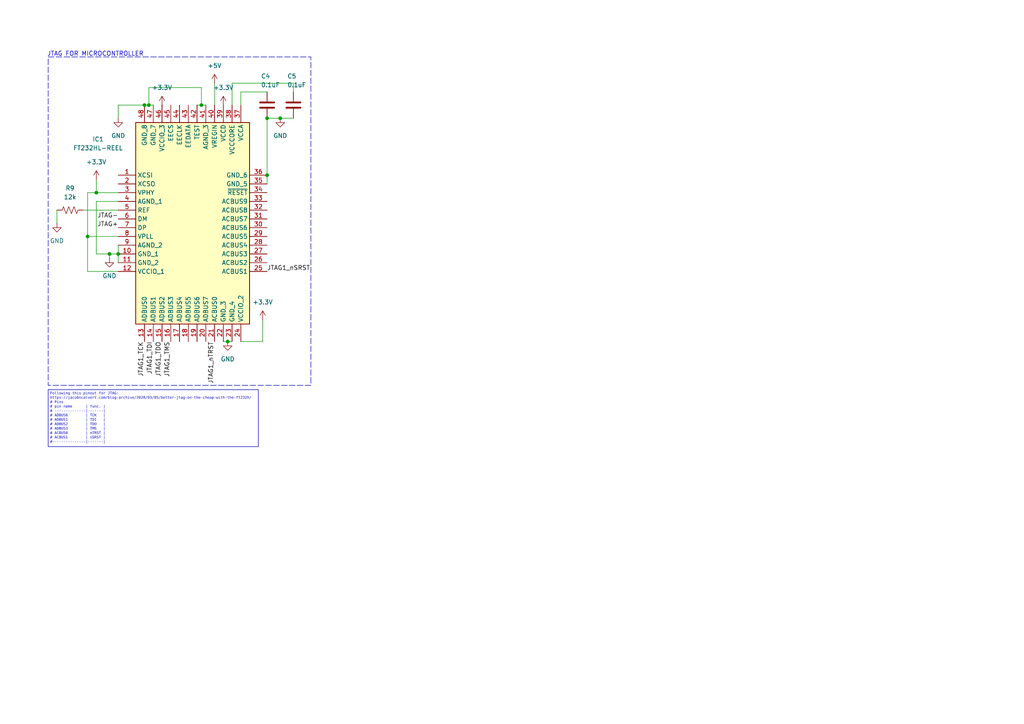
<source format=kicad_sch>
(kicad_sch (version 20231120) (generator "eeschema") (generator_version "8.0")
  (paper "A4")
  (lib_symbols
    (symbol "Device:C" (pin_numbers hide) (pin_names (offset 0.254))
      (property "Reference" "C" (at 0.635 2.54 0))
      (property "Value" "C" (at 0.635 -2.54 0))
      (symbol "C_0_1"
        (polyline (pts (xy -2.032 -0.762) (xy 2.032 -0.762)) (stroke (width 0.508)))
        (polyline (pts (xy -2.032 0.762) (xy 2.032 0.762)) (stroke (width 0.508)))
      )
      (symbol "C_1_1"
        (pin passive line (at 0 3.81 270) (length 2.794) (name "~") (number "1"))
        (pin passive line (at 0 -3.81 90) (length 2.794) (name "~") (number "2"))
      )
    )
    (symbol "Device:R_US" (pin_numbers hide) (pin_names (offset 0))
      (property "Reference" "R" (at 2.54 0 90))
      (property "Value" "R_US" (at -2.54 0 90))
      (symbol "R_US_0_1"
        (polyline (pts (xy 0 -2.286) (xy 0 -2.54)))
        (polyline (pts (xy 0 2.286) (xy 0 2.54)))
        (polyline (pts (xy 0 -0.762) (xy 1.016 -1.143) (xy 0 -1.524) (xy -1.016 -1.905) (xy 0 -2.286)))
        (polyline (pts (xy 0 0.762) (xy 1.016 0.381) (xy 0 0) (xy -1.016 -0.381) (xy 0 -0.762)))
        (polyline (pts (xy 0 2.286) (xy 1.016 1.905) (xy 0 1.524) (xy -1.016 1.143) (xy 0 0.762)))
      )
      (symbol "R_US_1_1"
        (pin passive line (at 0 3.81 270) (length 1.27) (name "~") (number "1"))
        (pin passive line (at 0 -3.81 90) (length 1.27) (name "~") (number "2"))
      )
    )
    (symbol "SamacSys_Parts:FT232HL-REEL"
      (property "Reference" "IC" (at 39.37 20.32 0))
      (property "Value" "FT232HL-REEL" (at 39.37 17.78 0))
      (symbol "FT232HL-REEL_1_1"
        (rectangle (start 5.08 15.24) (end 38.1 -43.18) (stroke (width 0.254)) (fill (type background)))
        (pin passive line (at 0 0 0) (length 5.08) (name "XCSI") (number "1"))
        (pin passive line (at 0 -22.86 0) (length 5.08) (name "GND_1") (number "10"))
        (pin passive line (at 0 -25.4 0) (length 5.08) (name "GND_2") (number "11"))
        (pin passive line (at 0 -27.94 0) (length 5.08) (name "VCCIO_1") (number "12"))
        (pin passive line (at 7.62 -48.26 90) (length 5.08) (name "ADBUS0") (number "13"))
        (pin passive line (at 10.16 -48.26 90) (length 5.08) (name "ADBUS1") (number "14"))
        (pin passive line (at 12.7 -48.26 90) (length 5.08) (name "ADBUS2") (number "15"))
        (pin passive line (at 15.24 -48.26 90) (length 5.08) (name "ADBUS3") (number "16"))
        (pin passive line (at 17.78 -48.26 90) (length 5.08) (name "ADBUS4") (number "17"))
        (pin passive line (at 20.32 -48.26 90) (length 5.08) (name "ADBUS5") (number "18"))
        (pin passive line (at 22.86 -48.26 90) (length 5.08) (name "ADBUS6") (number "19"))
        (pin passive line (at 0 -2.54 0) (length 5.08) (name "XCSO") (number "2"))
        (pin passive line (at 25.4 -48.26 90) (length 5.08) (name "ADBUS7") (number "20"))
        (pin passive line (at 27.94 -48.26 90) (length 5.08) (name "ACBUS0") (number "21"))
        (pin passive line (at 30.48 -48.26 90) (length 5.08) (name "GND_3") (number "22"))
        (pin passive line (at 33.02 -48.26 90) (length 5.08) (name "GND_4") (number "23"))
        (pin passive line (at 35.56 -48.26 90) (length 5.08) (name "VCCIO_2") (number "24"))
        (pin passive line (at 43.18 -27.94 180) (length 5.08) (name "ACBUS1") (number "25"))
        (pin passive line (at 43.18 -25.4 180) (length 5.08) (name "ACBUS2") (number "26"))
        (pin passive line (at 43.18 -22.86 180) (length 5.08) (name "ACBUS3") (number "27"))
        (pin passive line (at 43.18 -20.32 180) (length 5.08) (name "ACBUS4") (number "28"))
        (pin passive line (at 43.18 -17.78 180) (length 5.08) (name "ACBUS5") (number "29"))
        (pin passive line (at 0 -5.08 0) (length 5.08) (name "VPHY") (number "3"))
        (pin passive line (at 43.18 -15.24 180) (length 5.08) (name "ACBUS6") (number "30"))
        (pin passive line (at 43.18 -12.7 180) (length 5.08) (name "ACBUS7") (number "31"))
        (pin passive line (at 43.18 -10.16 180) (length 5.08) (name "ACBUS8") (number "32"))
        (pin passive line (at 43.18 -7.62 180) (length 5.08) (name "ACBUS9") (number "33"))
        (pin passive line (at 43.18 -5.08 180) (length 5.08) (name "~{RESET}") (number "34"))
        (pin passive line (at 43.18 -2.54 180) (length 5.08) (name "GND_5") (number "35"))
        (pin passive line (at 43.18 0 180) (length 5.08) (name "GND_6") (number "36"))
        (pin passive line (at 35.56 20.32 270) (length 5.08) (name "VCCA") (number "37"))
        (pin passive line (at 33.02 20.32 270) (length 5.08) (name "VCCCORE") (number "38"))
        (pin passive line (at 30.48 20.32 270) (length 5.08) (name "VCCD") (number "39"))
        (pin passive line (at 0 -7.62 0) (length 5.08) (name "AGND_1") (number "4"))
        (pin passive line (at 27.94 20.32 270) (length 5.08) (name "VREGIN") (number "40"))
        (pin passive line (at 25.4 20.32 270) (length 5.08) (name "AGND_3") (number "41"))
        (pin passive line (at 22.86 20.32 270) (length 5.08) (name "TEST") (number "42"))
        (pin passive line (at 20.32 20.32 270) (length 5.08) (name "EEDATA") (number "43"))
        (pin passive line (at 17.78 20.32 270) (length 5.08) (name "EECLK") (number "44"))
        (pin passive line (at 15.24 20.32 270) (length 5.08) (name "EECS") (number "45"))
        (pin passive line (at 12.7 20.32 270) (length 5.08) (name "VCCIO_3") (number "46"))
        (pin passive line (at 10.16 20.32 270) (length 5.08) (name "GND_7") (number "47"))
        (pin passive line (at 7.62 20.32 270) (length 5.08) (name "GND_8") (number "48"))
        (pin passive line (at 0 -10.16 0) (length 5.08) (name "REF") (number "5"))
        (pin passive line (at 0 -12.7 0) (length 5.08) (name "DM") (number "6"))
        (pin passive line (at 0 -15.24 0) (length 5.08) (name "DP") (number "7"))
        (pin passive line (at 0 -17.78 0) (length 5.08) (name "VPLL") (number "8"))
        (pin passive line (at 0 -20.32 0) (length 5.08) (name "AGND_2") (number "9"))
      )
    )
    (symbol "power:+3.3V" (power) (pin_numbers hide) (pin_names (offset 0) hide)
      (property "Value" "+3.3V" (at 0 3.556 0))
      (symbol "+3.3V_0_1"
        (polyline (pts (xy -0.762 1.27) (xy 0 2.54)))
        (polyline (pts (xy 0 0) (xy 0 2.54)))
        (polyline (pts (xy 0 2.54) (xy 0.762 1.27)))
      )
      (symbol "+3.3V_1_1"
        (pin power_in line (at 0 0 90) (length 0) (name "~") (number "1"))
      )
    )
    (symbol "power:+5V" (power) (pin_numbers hide) (pin_names (offset 0) hide)
      (property "Value" "+5V" (at 0 3.556 0))
      (symbol "+5V_0_1"
        (polyline (pts (xy -0.762 1.27) (xy 0 2.54)))
        (polyline (pts (xy 0 0) (xy 0 2.54)))
        (polyline (pts (xy 0 2.54) (xy 0.762 1.27)))
      )
      (symbol "+5V_1_1"
        (pin power_in line (at 0 0 90) (length 0) (name "~") (number "1"))
      )
    )
    (symbol "power:GND" (power) (pin_numbers hide) (pin_names (offset 0) hide)
      (property "Value" "GND" (at 0 -3.81 0))
      (symbol "GND_0_1"
        (polyline (pts (xy 0 0) (xy 0 -1.27) (xy 1.27 -1.27) (xy 0 -2.54) (xy -1.27 -1.27) (xy 0 -1.27)))
      )
      (symbol "GND_1_1"
        (pin power_in line (at 0 0 270) (length 0) (name "~") (number "1"))
      )
    )
  )
  (junction (at 66.04 99.06))
  (junction (at 31.75 73.66))
  (junction (at 58.42 30.48))
  (junction (at 41.91 30.48))
  (junction (at 34.29 73.66))
  (junction (at 81.28 34.29))
  (junction (at 25.4 68.58))
  (junction (at 77.47 50.8))
  (junction (at 77.47 34.29))
  (junction (at 43.18 30.48))
  (junction (at 27.94 55.88))
  (wire (pts (xy 31.75 73.66) (xy 34.29 73.66)))
  (wire (pts (xy 24.13 60.96) (xy 34.29 60.96)))
  (wire (pts (xy 58.42 30.48) (xy 59.69 30.48)))
  (wire (pts (xy 58.42 25.4) (xy 43.18 25.4)))
  (wire (pts (xy 67.31 30.48) (xy 67.31 24.13)))
  (wire (pts (xy 81.28 34.29) (xy 85.09 34.29)))
  (wire (pts (xy 27.94 58.42) (xy 27.94 73.66)))
  (wire (pts (xy 62.23 24.13) (xy 62.23 30.48)))
  (wire (pts (xy 34.29 30.48) (xy 41.91 30.48)))
  (wire (pts (xy 77.47 50.8) (xy 77.47 53.34)))
  (wire (pts (xy 25.4 55.88) (xy 25.4 68.58)))
  (wire (pts (xy 85.09 24.13) (xy 85.09 26.67)))
  (wire (pts (xy 34.29 30.48) (xy 34.29 34.29)))
  (wire (pts (xy 69.85 26.67) (xy 69.85 30.48)))
  (wire (pts (xy 25.4 68.58) (xy 34.29 68.58)))
  (wire (pts (xy 66.04 99.06) (xy 67.31 99.06)))
  (wire (pts (xy 67.31 24.13) (xy 85.09 24.13)))
  (wire (pts (xy 64.77 99.06) (xy 66.04 99.06)))
  (wire (pts (xy 34.29 73.66) (xy 34.29 76.2)))
  (wire (pts (xy 76.2 92.71) (xy 76.2 99.06)))
  (wire (pts (xy 25.4 78.74) (xy 25.4 68.58)))
  (wire (pts (xy 16.51 64.77) (xy 16.51 60.96)))
  (wire (pts (xy 77.47 26.67) (xy 69.85 26.67)))
  (wire (pts (xy 77.47 34.29) (xy 81.28 34.29)))
  (wire (pts (xy 57.15 30.48) (xy 58.42 30.48)))
  (wire (pts (xy 43.18 25.4) (xy 43.18 30.48)))
  (wire (pts (xy 31.75 74.93) (xy 31.75 73.66)))
  (wire (pts (xy 34.29 55.88) (xy 27.94 55.88)))
  (wire (pts (xy 25.4 55.88) (xy 27.94 55.88)))
  (wire (pts (xy 77.47 34.29) (xy 77.47 50.8)))
  (wire (pts (xy 27.94 73.66) (xy 31.75 73.66)))
  (wire (pts (xy 34.29 71.12) (xy 34.29 73.66)))
  (wire (pts (xy 41.91 30.48) (xy 43.18 30.48)))
  (wire (pts (xy 43.18 30.48) (xy 44.45 30.48)))
  (wire (pts (xy 27.94 52.07) (xy 27.94 55.88)))
  (wire (pts (xy 34.29 58.42) (xy 27.94 58.42)))
  (wire (pts (xy 34.29 78.74) (xy 25.4 78.74)))
  (wire (pts (xy 58.42 30.48) (xy 58.42 25.4)))
  (wire (pts (xy 69.85 99.06) (xy 76.2 99.06)))
  (rectangle (start 13.97 16.51) (end 90.17 111.76) (stroke (width 0) (type dash)))
  (text_box "Following this pinout for JTAG: https://jacobncalvert.com/blog-archive/2020/03/05/better-jtag-on-the-cheap-with-the-ft232h/\n# Pins\n# pin name      | func. |\n# --------------|-------|\n# ADBUS0        | TCK   |\n# ADBUS1        | TDI   |\n# ADBUS2        | TDO   |\n# ADBUS3        | TMS   |\n# ACBUS0        | nTRST |\n# ACBUS1        | nSRST |\n#---------------|-------|" (at 13.97 113.03 0) (size 60.96 16.51) (effects (font (size 0.762 0.762)) (justify left top)))
  (text "JTAG FOR MICROCONTROLLER" (at 27.686 15.748 0) (effects (font (size 1.27 1.27))))
  (label "JTAG-" (at 34.29 63.5 180))
  (label "JTAG1_nTRST" (at 62.23 99.06 270))
  (label "JTAG1_TDO" (at 46.99 99.06 270))
  (label "JTAG1_TCK" (at 41.91 99.06 270))
  (label "JTAG1_TDI" (at 44.45 99.06 270))
  (label "JTAG1_nSRST" (at 77.47 78.74 0))
  (label "JTAG+" (at 34.29 66.04 180))
  (label "JTAG1_TMS" (at 49.53 99.06 270))
  (symbol (lib_id "power:+3.3V") (at 64.77 30.48 0) (unit 1)
    (property "Reference" "#PWR019" (effects (hide yes)))
    (property "Value" "+3.3V" (at 64.77 25.4 0))
    (property "Description" "Power symbol creates a global label with name \"+3.3V\"" (effects (hide yes)))
  )
  (symbol (lib_id "power:GND") (at 31.75 74.93 0) (unit 1)
    (property "Reference" "#PWR015" (effects (hide yes)))
    (property "Value" "GND" (at 31.75 80.01 0))
    (property "Description" "Power symbol creates a global label with name \"GND\" , ground" (effects (hide yes)))
  )
  (symbol (lib_id "power:+5V") (at 62.23 24.13 0) (unit 1)
    (property "Reference" "#PWR018" (effects (hide yes)))
    (property "Value" "+5V" (at 62.23 19.05 0))
    (property "Description" "Power symbol creates a global label with name \"+5V\"" (effects (hide yes)))
  )
  (symbol (lib_id "power:GND") (at 16.51 64.77 0) (unit 1)
    (property "Reference" "#PWR013" (effects (hide yes)))
    (property "Value" "GND" (at 16.51 69.85 0))
    (property "Description" "Power symbol creates a global label with name \"GND\" , ground" (effects (hide yes)))
  )
  (symbol (lib_id "power:GND") (at 81.28 34.29 0) (unit 1)
    (property "Reference" "#PWR022" (effects (hide yes)))
    (property "Value" "GND" (at 81.28 39.37 0))
    (property "Description" "Power symbol creates a global label with name \"GND\" , ground" (effects (hide yes)))
  )
  (symbol (lib_id "power:+3.3V") (at 27.94 52.07 0) (unit 1)
    (property "Reference" "#PWR014" (effects (hide yes)))
    (property "Value" "+3.3V" (at 27.94 46.99 0))
    (property "Description" "Power symbol creates a global label with name \"+3.3V\"" (effects (hide yes)))
  )
  (symbol (lib_id "power:GND") (at 34.29 34.29 0) (unit 1)
    (property "Reference" "#PWR016" (effects (hide yes)))
    (property "Value" "GND" (at 34.29 39.37 0))
    (property "Description" "Power symbol creates a global label with name \"GND\" , ground" (effects (hide yes)))
  )
  (symbol (lib_id "power:GND") (at 66.04 99.06 0) (unit 1)
    (property "Reference" "#PWR020" (effects (hide yes)))
    (property "Value" "GND" (at 66.04 104.14 0))
    (property "Description" "Power symbol creates a global label with name \"GND\" , ground" (effects (hide yes)))
  )
  (symbol (lib_id "SamacSys_Parts:FT232HL-REEL") (at 34.29 50.8 0) (unit 1)
    (property "Reference" "IC1" (at 28.448 40.386 0))
    (property "Value" "FT232HL-REEL" (at 28.448 42.926 0))
    (property "Footprint" "QFP50P900X900X160-48N" (effects (hide yes)))
    (property "Datasheet" "http://www.ftdichip.com/Support/Documents/DataSheets/ICs/DS_FT232H.pdf" (effects (hide yes)))
    (property "Description" "USB 2.0 to UART/FIFO Interface, LQFP48 FTDI Chip FT232HL-REEL Universal Asynchronous Receiver & Transmitter RS232, RS422, RS485 UART 12Mbit/s, 1.8 V, 3.3 V" (effects (hide yes)))
    (property "Height" "1.6" (effects (hide yes)))
    (property "Manufacturer_Name" "FTDI Chip" (effects (hide yes)))
    (property "Manufacturer_Part_Number" "FT232HL-REEL" (effects (hide yes)))
    (property "Mouser Part Number" "895-FT232HL-REEL" (effects (hide yes)))
    (property "Mouser Price/Stock" "https://www.mouser.co.uk/ProductDetail/FTDI/FT232HL-REEL?qs=rzPzygjq8vIanTFlYsBQCw%3D%3D" (effects (hide yes)))
    (property "Arrow Part Number" "FT232HL-REEL" (effects (hide yes)))
    (property "Arrow Price/Stock" "https://www.arrow.com/en/products/ft232hl-reel/ftdi-chip" (effects (hide yes)))
  )
  (symbol (lib_id "Device:C") (at 77.47 30.48 0) (unit 1)
    (property "Reference" "C4" (at 75.692 22.098 0) (effects (justify left)))
    (property "Value" "0.1uF" (at 75.692 24.638 0) (effects (justify left)))
    (property "Description" "Unpolarized capacitor" (effects (hide yes)))
  )
  (symbol (lib_id "power:+3.3V") (at 76.2 92.71 0) (unit 1)
    (property "Reference" "#PWR021" (effects (hide yes)))
    (property "Value" "+3.3V" (at 76.2 87.63 0))
    (property "Description" "Power symbol creates a global label with name \"+3.3V\"" (effects (hide yes)))
  )
  (symbol (lib_id "Device:R_US") (at 20.32 60.96 90) (unit 1)
    (property "Reference" "R9" (at 20.32 54.61 90))
    (property "Value" "12k" (at 20.32 57.15 90))
    (property "Description" "Resistor, US symbol" (effects (hide yes)))
  )
  (symbol (lib_id "power:+3.3V") (at 46.99 30.48 0) (unit 1)
    (property "Reference" "#PWR017" (effects (hide yes)))
    (property "Value" "+3.3V" (at 46.99 25.4 0))
    (property "Description" "Power symbol creates a global label with name \"+3.3V\"" (effects (hide yes)))
  )
  (symbol (lib_id "Device:C") (at 85.09 30.48 0) (unit 1)
    (property "Reference" "C5" (at 83.312 22.098 0) (effects (justify left)))
    (property "Value" "0.1uF" (at 83.312 24.638 0) (effects (justify left)))
    (property "Description" "Unpolarized capacitor" (effects (hide yes)))
  )
)
</source>
